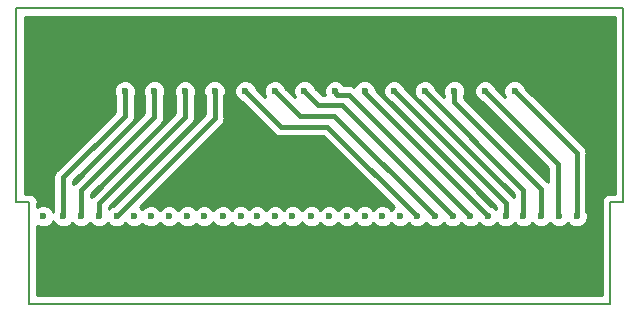
<source format=gbr>
G04 #@! TF.GenerationSoftware,KiCad,Pcbnew,5.0.2-bee76a0~70~ubuntu18.10.1*
G04 #@! TF.CreationDate,2019-01-06T00:10:49+02:00*
G04 #@! TF.ProjectId,GB-BRK-M-XS,47422d42-524b-42d4-9d2d-58532e6b6963,v1.0*
G04 #@! TF.SameCoordinates,Original*
G04 #@! TF.FileFunction,Copper,L2,Bot*
G04 #@! TF.FilePolarity,Positive*
%FSLAX46Y46*%
G04 Gerber Fmt 4.6, Leading zero omitted, Abs format (unit mm)*
G04 Created by KiCad (PCBNEW 5.0.2-bee76a0~70~ubuntu18.10.1) date su  6. tammikuuta 2019 00.10.49*
%MOMM*%
%LPD*%
G01*
G04 APERTURE LIST*
G04 #@! TA.AperFunction,NonConductor*
%ADD10C,0.150000*%
G04 #@! TD*
G04 #@! TA.AperFunction,ViaPad*
%ADD11C,0.600000*%
G04 #@! TD*
G04 #@! TA.AperFunction,ViaPad*
%ADD12C,1.000000*%
G04 #@! TD*
G04 #@! TA.AperFunction,Conductor*
%ADD13C,0.400000*%
G04 #@! TD*
G04 #@! TA.AperFunction,Conductor*
%ADD14C,0.254000*%
G04 #@! TD*
G04 APERTURE END LIST*
D10*
X74300000Y-75000000D02*
X125700000Y-75000000D01*
X74300000Y-91400000D02*
X74300000Y-75000000D01*
X75400000Y-91400000D02*
X74300000Y-91400000D01*
X75400000Y-100000000D02*
X75400000Y-91400000D01*
X125700000Y-91400000D02*
X125700000Y-75000000D01*
X124600000Y-91400000D02*
X125700000Y-91400000D01*
X124600000Y-100000000D02*
X124600000Y-91400000D01*
X75400000Y-100000000D02*
X124600000Y-100000000D01*
D11*
G04 #@! TO.N,+5V*
X76600000Y-92600000D03*
D12*
G04 #@! TO.N,GND*
X78900000Y-76800000D03*
D11*
X123400000Y-92600000D03*
G04 #@! TO.N,~WR*
X86000000Y-82000000D03*
X79800000Y-92600000D03*
G04 #@! TO.N,~RD*
X88600000Y-82000000D03*
X81300000Y-92600000D03*
G04 #@! TO.N,~CS*
X91100000Y-82000000D03*
X82800000Y-92600000D03*
G04 #@! TO.N,~RES*
X114000000Y-82000000D03*
X120250000Y-92600000D03*
G04 #@! TO.N,/A0*
X84300000Y-92600000D03*
G04 #@! TO.N,/PHI*
X83500000Y-82000000D03*
X78300000Y-92600000D03*
G04 #@! TO.N,/A1*
X85700000Y-92600000D03*
G04 #@! TO.N,/A2*
X87250000Y-92600000D03*
G04 #@! TO.N,/A3*
X88800000Y-92600000D03*
G04 #@! TO.N,/A4*
X90200000Y-92600000D03*
G04 #@! TO.N,/D0*
X93700000Y-82000000D03*
X108250000Y-92600000D03*
G04 #@! TO.N,/A5*
X91800000Y-92600000D03*
G04 #@! TO.N,/D1*
X96200000Y-82000000D03*
X109750000Y-92600000D03*
G04 #@! TO.N,/A6*
X93300000Y-92600000D03*
G04 #@! TO.N,/D2*
X98700000Y-82000000D03*
X111250000Y-92600000D03*
G04 #@! TO.N,/A7*
X94700000Y-92600000D03*
G04 #@! TO.N,/D3*
X101300000Y-82000000D03*
X112750000Y-92600000D03*
G04 #@! TO.N,/A8*
X96200000Y-92600000D03*
G04 #@! TO.N,/D4*
X103800000Y-82000000D03*
X114250000Y-92600000D03*
G04 #@! TO.N,/A9*
X97700000Y-92600000D03*
G04 #@! TO.N,/D5*
X106300000Y-82000000D03*
X115750000Y-92600000D03*
G04 #@! TO.N,/A10*
X99300000Y-92600000D03*
G04 #@! TO.N,/D6*
X108900000Y-82000000D03*
X117250000Y-92600000D03*
G04 #@! TO.N,/A11*
X100800000Y-92600000D03*
G04 #@! TO.N,/D7*
X111400000Y-82000000D03*
X118750000Y-92600000D03*
G04 #@! TO.N,/A12*
X102300000Y-92600000D03*
G04 #@! TO.N,/A13*
X103800000Y-92600000D03*
G04 #@! TO.N,/VIN*
X116500000Y-82000000D03*
X121750000Y-92600000D03*
G04 #@! TO.N,/A14*
X105300000Y-92600000D03*
G04 #@! TO.N,/A15*
X106800000Y-92600000D03*
G04 #@! TD*
D13*
G04 #@! TO.N,~WR*
X79800000Y-92600000D02*
X79800000Y-90400000D01*
X79800000Y-90400000D02*
X86000000Y-84200000D01*
X86000000Y-84200000D02*
X86000000Y-82000000D01*
G04 #@! TO.N,~RD*
X81300000Y-92600000D02*
X81300000Y-91500000D01*
X81300000Y-91500000D02*
X88600000Y-84200000D01*
X88600000Y-84200000D02*
X88600000Y-82000000D01*
G04 #@! TO.N,~CS*
X82800000Y-92600000D02*
X91100000Y-84300000D01*
X91100000Y-84300000D02*
X91100000Y-82000000D01*
G04 #@! TO.N,~RES*
X120250000Y-92600000D02*
X120200000Y-92550000D01*
X120200000Y-92550000D02*
X120200000Y-88200000D01*
X120200000Y-88200000D02*
X114000000Y-82000000D01*
G04 #@! TO.N,/PHI*
X78300000Y-92600000D02*
X78300000Y-89300000D01*
X78300000Y-89300000D02*
X83500000Y-84100000D01*
X83500000Y-84100000D02*
X83500000Y-82000000D01*
G04 #@! TO.N,/D0*
X108250000Y-92600000D02*
X100650000Y-85000000D01*
X100650000Y-85000000D02*
X96700000Y-85000000D01*
X96700000Y-85000000D02*
X93700000Y-82000000D01*
G04 #@! TO.N,/D1*
X109750000Y-92600000D02*
X101250000Y-84100000D01*
X101250000Y-84100000D02*
X98300000Y-84100000D01*
X98300000Y-84100000D02*
X96200000Y-82000000D01*
G04 #@! TO.N,/D2*
X111250000Y-92600000D02*
X101850000Y-83200000D01*
X101850000Y-83200000D02*
X99900000Y-83200000D01*
X99900000Y-83200000D02*
X98700000Y-82000000D01*
G04 #@! TO.N,/D3*
X112750000Y-92600000D02*
X102450000Y-82300000D01*
X102450000Y-82300000D02*
X101500000Y-82300000D01*
X101500000Y-82300000D02*
X101300000Y-82100000D01*
X101300000Y-82100000D02*
X101300000Y-82000000D01*
G04 #@! TO.N,/D4*
X114250000Y-92600000D02*
X103800000Y-82150000D01*
X103800000Y-82150000D02*
X103800000Y-82000000D01*
G04 #@! TO.N,/D5*
X115750000Y-92600000D02*
X115750000Y-91450000D01*
X115750000Y-91450000D02*
X106300000Y-82000000D01*
G04 #@! TO.N,/D6*
X117250000Y-92600000D02*
X117250000Y-90350000D01*
X117250000Y-90350000D02*
X108900000Y-82000000D01*
G04 #@! TO.N,/D7*
X118750000Y-92600000D02*
X118750000Y-90250000D01*
X118750000Y-90250000D02*
X111400000Y-82900000D01*
X111400000Y-82900000D02*
X111400000Y-82000000D01*
G04 #@! TO.N,/VIN*
X121750000Y-92600000D02*
X121750000Y-87250000D01*
X121750000Y-87250000D02*
X116500000Y-82000000D01*
G04 #@! TD*
D14*
G04 #@! TO.N,GND*
G36*
X124990000Y-90690000D02*
X124669926Y-90690000D01*
X124600000Y-90676091D01*
X124530075Y-90690000D01*
X124530074Y-90690000D01*
X124322972Y-90731195D01*
X124088119Y-90888119D01*
X123931195Y-91122972D01*
X123876091Y-91400000D01*
X123890001Y-91469931D01*
X123890000Y-99290000D01*
X76110000Y-99290000D01*
X76110000Y-93409072D01*
X76414017Y-93535000D01*
X76785983Y-93535000D01*
X77129635Y-93392655D01*
X77392655Y-93129635D01*
X77450000Y-92991192D01*
X77507345Y-93129635D01*
X77770365Y-93392655D01*
X78114017Y-93535000D01*
X78485983Y-93535000D01*
X78829635Y-93392655D01*
X79050000Y-93172290D01*
X79270365Y-93392655D01*
X79614017Y-93535000D01*
X79985983Y-93535000D01*
X80329635Y-93392655D01*
X80550000Y-93172290D01*
X80770365Y-93392655D01*
X81114017Y-93535000D01*
X81485983Y-93535000D01*
X81829635Y-93392655D01*
X82050000Y-93172290D01*
X82270365Y-93392655D01*
X82614017Y-93535000D01*
X82985983Y-93535000D01*
X83329635Y-93392655D01*
X83550000Y-93172290D01*
X83770365Y-93392655D01*
X84114017Y-93535000D01*
X84485983Y-93535000D01*
X84829635Y-93392655D01*
X85000000Y-93222290D01*
X85170365Y-93392655D01*
X85514017Y-93535000D01*
X85885983Y-93535000D01*
X86229635Y-93392655D01*
X86475000Y-93147290D01*
X86720365Y-93392655D01*
X87064017Y-93535000D01*
X87435983Y-93535000D01*
X87779635Y-93392655D01*
X88025000Y-93147290D01*
X88270365Y-93392655D01*
X88614017Y-93535000D01*
X88985983Y-93535000D01*
X89329635Y-93392655D01*
X89500000Y-93222290D01*
X89670365Y-93392655D01*
X90014017Y-93535000D01*
X90385983Y-93535000D01*
X90729635Y-93392655D01*
X90992655Y-93129635D01*
X91000000Y-93111903D01*
X91007345Y-93129635D01*
X91270365Y-93392655D01*
X91614017Y-93535000D01*
X91985983Y-93535000D01*
X92329635Y-93392655D01*
X92550000Y-93172290D01*
X92770365Y-93392655D01*
X93114017Y-93535000D01*
X93485983Y-93535000D01*
X93829635Y-93392655D01*
X94000000Y-93222290D01*
X94170365Y-93392655D01*
X94514017Y-93535000D01*
X94885983Y-93535000D01*
X95229635Y-93392655D01*
X95450000Y-93172290D01*
X95670365Y-93392655D01*
X96014017Y-93535000D01*
X96385983Y-93535000D01*
X96729635Y-93392655D01*
X96950000Y-93172290D01*
X97170365Y-93392655D01*
X97514017Y-93535000D01*
X97885983Y-93535000D01*
X98229635Y-93392655D01*
X98492655Y-93129635D01*
X98500000Y-93111903D01*
X98507345Y-93129635D01*
X98770365Y-93392655D01*
X99114017Y-93535000D01*
X99485983Y-93535000D01*
X99829635Y-93392655D01*
X100050000Y-93172290D01*
X100270365Y-93392655D01*
X100614017Y-93535000D01*
X100985983Y-93535000D01*
X101329635Y-93392655D01*
X101550000Y-93172290D01*
X101770365Y-93392655D01*
X102114017Y-93535000D01*
X102485983Y-93535000D01*
X102829635Y-93392655D01*
X103050000Y-93172290D01*
X103270365Y-93392655D01*
X103614017Y-93535000D01*
X103985983Y-93535000D01*
X104329635Y-93392655D01*
X104550000Y-93172290D01*
X104770365Y-93392655D01*
X105114017Y-93535000D01*
X105485983Y-93535000D01*
X105829635Y-93392655D01*
X106050000Y-93172290D01*
X106270365Y-93392655D01*
X106614017Y-93535000D01*
X106985983Y-93535000D01*
X107329635Y-93392655D01*
X107525000Y-93197290D01*
X107720365Y-93392655D01*
X108064017Y-93535000D01*
X108435983Y-93535000D01*
X108779635Y-93392655D01*
X109000000Y-93172290D01*
X109220365Y-93392655D01*
X109564017Y-93535000D01*
X109935983Y-93535000D01*
X110279635Y-93392655D01*
X110500000Y-93172290D01*
X110720365Y-93392655D01*
X111064017Y-93535000D01*
X111435983Y-93535000D01*
X111779635Y-93392655D01*
X112000000Y-93172290D01*
X112220365Y-93392655D01*
X112564017Y-93535000D01*
X112935983Y-93535000D01*
X113279635Y-93392655D01*
X113500000Y-93172290D01*
X113720365Y-93392655D01*
X114064017Y-93535000D01*
X114435983Y-93535000D01*
X114779635Y-93392655D01*
X115000000Y-93172290D01*
X115220365Y-93392655D01*
X115564017Y-93535000D01*
X115935983Y-93535000D01*
X116279635Y-93392655D01*
X116500000Y-93172290D01*
X116720365Y-93392655D01*
X117064017Y-93535000D01*
X117435983Y-93535000D01*
X117779635Y-93392655D01*
X118000000Y-93172290D01*
X118220365Y-93392655D01*
X118564017Y-93535000D01*
X118935983Y-93535000D01*
X119279635Y-93392655D01*
X119500000Y-93172290D01*
X119720365Y-93392655D01*
X120064017Y-93535000D01*
X120435983Y-93535000D01*
X120779635Y-93392655D01*
X121000000Y-93172290D01*
X121220365Y-93392655D01*
X121564017Y-93535000D01*
X121935983Y-93535000D01*
X122279635Y-93392655D01*
X122542655Y-93129635D01*
X122685000Y-92785983D01*
X122685000Y-92414017D01*
X122585000Y-92172595D01*
X122585000Y-87332232D01*
X122601357Y-87249999D01*
X122585000Y-87167766D01*
X122585000Y-87167763D01*
X122536552Y-86924199D01*
X122352001Y-86647999D01*
X122282283Y-86601415D01*
X117392656Y-81711789D01*
X117292655Y-81470365D01*
X117029635Y-81207345D01*
X116685983Y-81065000D01*
X116314017Y-81065000D01*
X115970365Y-81207345D01*
X115707345Y-81470365D01*
X115565000Y-81814017D01*
X115565000Y-82185983D01*
X115705113Y-82524245D01*
X114892656Y-81711789D01*
X114792655Y-81470365D01*
X114529635Y-81207345D01*
X114185983Y-81065000D01*
X113814017Y-81065000D01*
X113470365Y-81207345D01*
X113207345Y-81470365D01*
X113065000Y-81814017D01*
X113065000Y-82185983D01*
X113207345Y-82529635D01*
X113470365Y-82792655D01*
X113711789Y-82892656D01*
X119365001Y-88545869D01*
X119365001Y-89667454D01*
X119352001Y-89647999D01*
X119282283Y-89601415D01*
X112235000Y-82554133D01*
X112235000Y-82427405D01*
X112335000Y-82185983D01*
X112335000Y-81814017D01*
X112192655Y-81470365D01*
X111929635Y-81207345D01*
X111585983Y-81065000D01*
X111214017Y-81065000D01*
X110870365Y-81207345D01*
X110607345Y-81470365D01*
X110465000Y-81814017D01*
X110465000Y-82185983D01*
X110565001Y-82427406D01*
X110565000Y-82484133D01*
X109792656Y-81711789D01*
X109692655Y-81470365D01*
X109429635Y-81207345D01*
X109085983Y-81065000D01*
X108714017Y-81065000D01*
X108370365Y-81207345D01*
X108107345Y-81470365D01*
X107965000Y-81814017D01*
X107965000Y-82185983D01*
X108107345Y-82529635D01*
X108370365Y-82792655D01*
X108611789Y-82892656D01*
X116415001Y-90695869D01*
X116415001Y-90942285D01*
X116352001Y-90847999D01*
X116282283Y-90801415D01*
X107192656Y-81711789D01*
X107092655Y-81470365D01*
X106829635Y-81207345D01*
X106485983Y-81065000D01*
X106114017Y-81065000D01*
X105770365Y-81207345D01*
X105507345Y-81470365D01*
X105365000Y-81814017D01*
X105365000Y-82185983D01*
X105507345Y-82529635D01*
X105770365Y-82792655D01*
X106011789Y-82892656D01*
X114915001Y-91795869D01*
X114915001Y-91942711D01*
X114779635Y-91807345D01*
X114538213Y-91707345D01*
X104735000Y-81904133D01*
X104735000Y-81814017D01*
X104592655Y-81470365D01*
X104329635Y-81207345D01*
X103985983Y-81065000D01*
X103614017Y-81065000D01*
X103270365Y-81207345D01*
X103007345Y-81470365D01*
X102943176Y-81625284D01*
X102775801Y-81513448D01*
X102532237Y-81465000D01*
X102532233Y-81465000D01*
X102450000Y-81448643D01*
X102367767Y-81465000D01*
X102087290Y-81465000D01*
X101829635Y-81207345D01*
X101485983Y-81065000D01*
X101114017Y-81065000D01*
X100770365Y-81207345D01*
X100507345Y-81470365D01*
X100365000Y-81814017D01*
X100365000Y-82185983D01*
X100439151Y-82365000D01*
X100245869Y-82365000D01*
X99592655Y-81711788D01*
X99492655Y-81470365D01*
X99229635Y-81207345D01*
X98885983Y-81065000D01*
X98514017Y-81065000D01*
X98170365Y-81207345D01*
X97907345Y-81470365D01*
X97765000Y-81814017D01*
X97765000Y-82185983D01*
X97905112Y-82524244D01*
X97092656Y-81711788D01*
X96992655Y-81470365D01*
X96729635Y-81207345D01*
X96385983Y-81065000D01*
X96014017Y-81065000D01*
X95670365Y-81207345D01*
X95407345Y-81470365D01*
X95265000Y-81814017D01*
X95265000Y-82185983D01*
X95405112Y-82524245D01*
X94592656Y-81711789D01*
X94492655Y-81470365D01*
X94229635Y-81207345D01*
X93885983Y-81065000D01*
X93514017Y-81065000D01*
X93170365Y-81207345D01*
X92907345Y-81470365D01*
X92765000Y-81814017D01*
X92765000Y-82185983D01*
X92907345Y-82529635D01*
X93170365Y-82792655D01*
X93411789Y-82892656D01*
X96051415Y-85532283D01*
X96097999Y-85602001D01*
X96374199Y-85786552D01*
X96617763Y-85835000D01*
X96700000Y-85851358D01*
X96782237Y-85835000D01*
X100304133Y-85835000D01*
X106274687Y-91805555D01*
X106270365Y-91807345D01*
X106050000Y-92027710D01*
X105829635Y-91807345D01*
X105485983Y-91665000D01*
X105114017Y-91665000D01*
X104770365Y-91807345D01*
X104550000Y-92027710D01*
X104329635Y-91807345D01*
X103985983Y-91665000D01*
X103614017Y-91665000D01*
X103270365Y-91807345D01*
X103050000Y-92027710D01*
X102829635Y-91807345D01*
X102485983Y-91665000D01*
X102114017Y-91665000D01*
X101770365Y-91807345D01*
X101550000Y-92027710D01*
X101329635Y-91807345D01*
X100985983Y-91665000D01*
X100614017Y-91665000D01*
X100270365Y-91807345D01*
X100050000Y-92027710D01*
X99829635Y-91807345D01*
X99485983Y-91665000D01*
X99114017Y-91665000D01*
X98770365Y-91807345D01*
X98507345Y-92070365D01*
X98500000Y-92088097D01*
X98492655Y-92070365D01*
X98229635Y-91807345D01*
X97885983Y-91665000D01*
X97514017Y-91665000D01*
X97170365Y-91807345D01*
X96950000Y-92027710D01*
X96729635Y-91807345D01*
X96385983Y-91665000D01*
X96014017Y-91665000D01*
X95670365Y-91807345D01*
X95450000Y-92027710D01*
X95229635Y-91807345D01*
X94885983Y-91665000D01*
X94514017Y-91665000D01*
X94170365Y-91807345D01*
X94000000Y-91977710D01*
X93829635Y-91807345D01*
X93485983Y-91665000D01*
X93114017Y-91665000D01*
X92770365Y-91807345D01*
X92550000Y-92027710D01*
X92329635Y-91807345D01*
X91985983Y-91665000D01*
X91614017Y-91665000D01*
X91270365Y-91807345D01*
X91007345Y-92070365D01*
X91000000Y-92088097D01*
X90992655Y-92070365D01*
X90729635Y-91807345D01*
X90385983Y-91665000D01*
X90014017Y-91665000D01*
X89670365Y-91807345D01*
X89500000Y-91977710D01*
X89329635Y-91807345D01*
X88985983Y-91665000D01*
X88614017Y-91665000D01*
X88270365Y-91807345D01*
X88025000Y-92052710D01*
X87779635Y-91807345D01*
X87435983Y-91665000D01*
X87064017Y-91665000D01*
X86720365Y-91807345D01*
X86475000Y-92052710D01*
X86229635Y-91807345D01*
X85885983Y-91665000D01*
X85514017Y-91665000D01*
X85170365Y-91807345D01*
X85000000Y-91977710D01*
X84829635Y-91807345D01*
X84789957Y-91790910D01*
X91632283Y-84948585D01*
X91702001Y-84902001D01*
X91886552Y-84625801D01*
X91935000Y-84382237D01*
X91935000Y-84382236D01*
X91951358Y-84300000D01*
X91935000Y-84217763D01*
X91935000Y-82427405D01*
X92035000Y-82185983D01*
X92035000Y-81814017D01*
X91892655Y-81470365D01*
X91629635Y-81207345D01*
X91285983Y-81065000D01*
X90914017Y-81065000D01*
X90570365Y-81207345D01*
X90307345Y-81470365D01*
X90165000Y-81814017D01*
X90165000Y-82185983D01*
X90265001Y-82427407D01*
X90265000Y-83954132D01*
X82511789Y-91707344D01*
X82270365Y-91807345D01*
X82135000Y-91942710D01*
X82135000Y-91845867D01*
X89132283Y-84848585D01*
X89202001Y-84802001D01*
X89386552Y-84525801D01*
X89435000Y-84282237D01*
X89435000Y-84282234D01*
X89451357Y-84200001D01*
X89435000Y-84117768D01*
X89435000Y-82427405D01*
X89535000Y-82185983D01*
X89535000Y-81814017D01*
X89392655Y-81470365D01*
X89129635Y-81207345D01*
X88785983Y-81065000D01*
X88414017Y-81065000D01*
X88070365Y-81207345D01*
X87807345Y-81470365D01*
X87665000Y-81814017D01*
X87665000Y-82185983D01*
X87765001Y-82427407D01*
X87765000Y-83854132D01*
X80767718Y-90851415D01*
X80698000Y-90897999D01*
X80651416Y-90967717D01*
X80635000Y-90992285D01*
X80635000Y-90745867D01*
X86532283Y-84848585D01*
X86602001Y-84802001D01*
X86786552Y-84525801D01*
X86835000Y-84282237D01*
X86835000Y-84282234D01*
X86851357Y-84200001D01*
X86835000Y-84117768D01*
X86835000Y-82427405D01*
X86935000Y-82185983D01*
X86935000Y-81814017D01*
X86792655Y-81470365D01*
X86529635Y-81207345D01*
X86185983Y-81065000D01*
X85814017Y-81065000D01*
X85470365Y-81207345D01*
X85207345Y-81470365D01*
X85065000Y-81814017D01*
X85065000Y-82185983D01*
X85165001Y-82427407D01*
X85165000Y-83854132D01*
X79267718Y-89751415D01*
X79198000Y-89797999D01*
X79151416Y-89867717D01*
X79135000Y-89892285D01*
X79135000Y-89645867D01*
X84032284Y-84748584D01*
X84102001Y-84702001D01*
X84286552Y-84425801D01*
X84335000Y-84182237D01*
X84335000Y-84182236D01*
X84351358Y-84100000D01*
X84335000Y-84017763D01*
X84335000Y-82427405D01*
X84435000Y-82185983D01*
X84435000Y-81814017D01*
X84292655Y-81470365D01*
X84029635Y-81207345D01*
X83685983Y-81065000D01*
X83314017Y-81065000D01*
X82970365Y-81207345D01*
X82707345Y-81470365D01*
X82565000Y-81814017D01*
X82565000Y-82185983D01*
X82665001Y-82427407D01*
X82665000Y-83754132D01*
X77767718Y-88651415D01*
X77698000Y-88697999D01*
X77651416Y-88767717D01*
X77513448Y-88974200D01*
X77448643Y-89300000D01*
X77465001Y-89382238D01*
X77465000Y-92172595D01*
X77450000Y-92208808D01*
X77392655Y-92070365D01*
X77129635Y-91807345D01*
X76785983Y-91665000D01*
X76414017Y-91665000D01*
X76110000Y-91790928D01*
X76110000Y-91469925D01*
X76123909Y-91400000D01*
X76068805Y-91122972D01*
X75911881Y-90888119D01*
X75677028Y-90731195D01*
X75469926Y-90690000D01*
X75400000Y-90676091D01*
X75330075Y-90690000D01*
X75010000Y-90690000D01*
X75010000Y-75710000D01*
X124990001Y-75710000D01*
X124990000Y-90690000D01*
X124990000Y-90690000D01*
G37*
X124990000Y-90690000D02*
X124669926Y-90690000D01*
X124600000Y-90676091D01*
X124530075Y-90690000D01*
X124530074Y-90690000D01*
X124322972Y-90731195D01*
X124088119Y-90888119D01*
X123931195Y-91122972D01*
X123876091Y-91400000D01*
X123890001Y-91469931D01*
X123890000Y-99290000D01*
X76110000Y-99290000D01*
X76110000Y-93409072D01*
X76414017Y-93535000D01*
X76785983Y-93535000D01*
X77129635Y-93392655D01*
X77392655Y-93129635D01*
X77450000Y-92991192D01*
X77507345Y-93129635D01*
X77770365Y-93392655D01*
X78114017Y-93535000D01*
X78485983Y-93535000D01*
X78829635Y-93392655D01*
X79050000Y-93172290D01*
X79270365Y-93392655D01*
X79614017Y-93535000D01*
X79985983Y-93535000D01*
X80329635Y-93392655D01*
X80550000Y-93172290D01*
X80770365Y-93392655D01*
X81114017Y-93535000D01*
X81485983Y-93535000D01*
X81829635Y-93392655D01*
X82050000Y-93172290D01*
X82270365Y-93392655D01*
X82614017Y-93535000D01*
X82985983Y-93535000D01*
X83329635Y-93392655D01*
X83550000Y-93172290D01*
X83770365Y-93392655D01*
X84114017Y-93535000D01*
X84485983Y-93535000D01*
X84829635Y-93392655D01*
X85000000Y-93222290D01*
X85170365Y-93392655D01*
X85514017Y-93535000D01*
X85885983Y-93535000D01*
X86229635Y-93392655D01*
X86475000Y-93147290D01*
X86720365Y-93392655D01*
X87064017Y-93535000D01*
X87435983Y-93535000D01*
X87779635Y-93392655D01*
X88025000Y-93147290D01*
X88270365Y-93392655D01*
X88614017Y-93535000D01*
X88985983Y-93535000D01*
X89329635Y-93392655D01*
X89500000Y-93222290D01*
X89670365Y-93392655D01*
X90014017Y-93535000D01*
X90385983Y-93535000D01*
X90729635Y-93392655D01*
X90992655Y-93129635D01*
X91000000Y-93111903D01*
X91007345Y-93129635D01*
X91270365Y-93392655D01*
X91614017Y-93535000D01*
X91985983Y-93535000D01*
X92329635Y-93392655D01*
X92550000Y-93172290D01*
X92770365Y-93392655D01*
X93114017Y-93535000D01*
X93485983Y-93535000D01*
X93829635Y-93392655D01*
X94000000Y-93222290D01*
X94170365Y-93392655D01*
X94514017Y-93535000D01*
X94885983Y-93535000D01*
X95229635Y-93392655D01*
X95450000Y-93172290D01*
X95670365Y-93392655D01*
X96014017Y-93535000D01*
X96385983Y-93535000D01*
X96729635Y-93392655D01*
X96950000Y-93172290D01*
X97170365Y-93392655D01*
X97514017Y-93535000D01*
X97885983Y-93535000D01*
X98229635Y-93392655D01*
X98492655Y-93129635D01*
X98500000Y-93111903D01*
X98507345Y-93129635D01*
X98770365Y-93392655D01*
X99114017Y-93535000D01*
X99485983Y-93535000D01*
X99829635Y-93392655D01*
X100050000Y-93172290D01*
X100270365Y-93392655D01*
X100614017Y-93535000D01*
X100985983Y-93535000D01*
X101329635Y-93392655D01*
X101550000Y-93172290D01*
X101770365Y-93392655D01*
X102114017Y-93535000D01*
X102485983Y-93535000D01*
X102829635Y-93392655D01*
X103050000Y-93172290D01*
X103270365Y-93392655D01*
X103614017Y-93535000D01*
X103985983Y-93535000D01*
X104329635Y-93392655D01*
X104550000Y-93172290D01*
X104770365Y-93392655D01*
X105114017Y-93535000D01*
X105485983Y-93535000D01*
X105829635Y-93392655D01*
X106050000Y-93172290D01*
X106270365Y-93392655D01*
X106614017Y-93535000D01*
X106985983Y-93535000D01*
X107329635Y-93392655D01*
X107525000Y-93197290D01*
X107720365Y-93392655D01*
X108064017Y-93535000D01*
X108435983Y-93535000D01*
X108779635Y-93392655D01*
X109000000Y-93172290D01*
X109220365Y-93392655D01*
X109564017Y-93535000D01*
X109935983Y-93535000D01*
X110279635Y-93392655D01*
X110500000Y-93172290D01*
X110720365Y-93392655D01*
X111064017Y-93535000D01*
X111435983Y-93535000D01*
X111779635Y-93392655D01*
X112000000Y-93172290D01*
X112220365Y-93392655D01*
X112564017Y-93535000D01*
X112935983Y-93535000D01*
X113279635Y-93392655D01*
X113500000Y-93172290D01*
X113720365Y-93392655D01*
X114064017Y-93535000D01*
X114435983Y-93535000D01*
X114779635Y-93392655D01*
X115000000Y-93172290D01*
X115220365Y-93392655D01*
X115564017Y-93535000D01*
X115935983Y-93535000D01*
X116279635Y-93392655D01*
X116500000Y-93172290D01*
X116720365Y-93392655D01*
X117064017Y-93535000D01*
X117435983Y-93535000D01*
X117779635Y-93392655D01*
X118000000Y-93172290D01*
X118220365Y-93392655D01*
X118564017Y-93535000D01*
X118935983Y-93535000D01*
X119279635Y-93392655D01*
X119500000Y-93172290D01*
X119720365Y-93392655D01*
X120064017Y-93535000D01*
X120435983Y-93535000D01*
X120779635Y-93392655D01*
X121000000Y-93172290D01*
X121220365Y-93392655D01*
X121564017Y-93535000D01*
X121935983Y-93535000D01*
X122279635Y-93392655D01*
X122542655Y-93129635D01*
X122685000Y-92785983D01*
X122685000Y-92414017D01*
X122585000Y-92172595D01*
X122585000Y-87332232D01*
X122601357Y-87249999D01*
X122585000Y-87167766D01*
X122585000Y-87167763D01*
X122536552Y-86924199D01*
X122352001Y-86647999D01*
X122282283Y-86601415D01*
X117392656Y-81711789D01*
X117292655Y-81470365D01*
X117029635Y-81207345D01*
X116685983Y-81065000D01*
X116314017Y-81065000D01*
X115970365Y-81207345D01*
X115707345Y-81470365D01*
X115565000Y-81814017D01*
X115565000Y-82185983D01*
X115705113Y-82524245D01*
X114892656Y-81711789D01*
X114792655Y-81470365D01*
X114529635Y-81207345D01*
X114185983Y-81065000D01*
X113814017Y-81065000D01*
X113470365Y-81207345D01*
X113207345Y-81470365D01*
X113065000Y-81814017D01*
X113065000Y-82185983D01*
X113207345Y-82529635D01*
X113470365Y-82792655D01*
X113711789Y-82892656D01*
X119365001Y-88545869D01*
X119365001Y-89667454D01*
X119352001Y-89647999D01*
X119282283Y-89601415D01*
X112235000Y-82554133D01*
X112235000Y-82427405D01*
X112335000Y-82185983D01*
X112335000Y-81814017D01*
X112192655Y-81470365D01*
X111929635Y-81207345D01*
X111585983Y-81065000D01*
X111214017Y-81065000D01*
X110870365Y-81207345D01*
X110607345Y-81470365D01*
X110465000Y-81814017D01*
X110465000Y-82185983D01*
X110565001Y-82427406D01*
X110565000Y-82484133D01*
X109792656Y-81711789D01*
X109692655Y-81470365D01*
X109429635Y-81207345D01*
X109085983Y-81065000D01*
X108714017Y-81065000D01*
X108370365Y-81207345D01*
X108107345Y-81470365D01*
X107965000Y-81814017D01*
X107965000Y-82185983D01*
X108107345Y-82529635D01*
X108370365Y-82792655D01*
X108611789Y-82892656D01*
X116415001Y-90695869D01*
X116415001Y-90942285D01*
X116352001Y-90847999D01*
X116282283Y-90801415D01*
X107192656Y-81711789D01*
X107092655Y-81470365D01*
X106829635Y-81207345D01*
X106485983Y-81065000D01*
X106114017Y-81065000D01*
X105770365Y-81207345D01*
X105507345Y-81470365D01*
X105365000Y-81814017D01*
X105365000Y-82185983D01*
X105507345Y-82529635D01*
X105770365Y-82792655D01*
X106011789Y-82892656D01*
X114915001Y-91795869D01*
X114915001Y-91942711D01*
X114779635Y-91807345D01*
X114538213Y-91707345D01*
X104735000Y-81904133D01*
X104735000Y-81814017D01*
X104592655Y-81470365D01*
X104329635Y-81207345D01*
X103985983Y-81065000D01*
X103614017Y-81065000D01*
X103270365Y-81207345D01*
X103007345Y-81470365D01*
X102943176Y-81625284D01*
X102775801Y-81513448D01*
X102532237Y-81465000D01*
X102532233Y-81465000D01*
X102450000Y-81448643D01*
X102367767Y-81465000D01*
X102087290Y-81465000D01*
X101829635Y-81207345D01*
X101485983Y-81065000D01*
X101114017Y-81065000D01*
X100770365Y-81207345D01*
X100507345Y-81470365D01*
X100365000Y-81814017D01*
X100365000Y-82185983D01*
X100439151Y-82365000D01*
X100245869Y-82365000D01*
X99592655Y-81711788D01*
X99492655Y-81470365D01*
X99229635Y-81207345D01*
X98885983Y-81065000D01*
X98514017Y-81065000D01*
X98170365Y-81207345D01*
X97907345Y-81470365D01*
X97765000Y-81814017D01*
X97765000Y-82185983D01*
X97905112Y-82524244D01*
X97092656Y-81711788D01*
X96992655Y-81470365D01*
X96729635Y-81207345D01*
X96385983Y-81065000D01*
X96014017Y-81065000D01*
X95670365Y-81207345D01*
X95407345Y-81470365D01*
X95265000Y-81814017D01*
X95265000Y-82185983D01*
X95405112Y-82524245D01*
X94592656Y-81711789D01*
X94492655Y-81470365D01*
X94229635Y-81207345D01*
X93885983Y-81065000D01*
X93514017Y-81065000D01*
X93170365Y-81207345D01*
X92907345Y-81470365D01*
X92765000Y-81814017D01*
X92765000Y-82185983D01*
X92907345Y-82529635D01*
X93170365Y-82792655D01*
X93411789Y-82892656D01*
X96051415Y-85532283D01*
X96097999Y-85602001D01*
X96374199Y-85786552D01*
X96617763Y-85835000D01*
X96700000Y-85851358D01*
X96782237Y-85835000D01*
X100304133Y-85835000D01*
X106274687Y-91805555D01*
X106270365Y-91807345D01*
X106050000Y-92027710D01*
X105829635Y-91807345D01*
X105485983Y-91665000D01*
X105114017Y-91665000D01*
X104770365Y-91807345D01*
X104550000Y-92027710D01*
X104329635Y-91807345D01*
X103985983Y-91665000D01*
X103614017Y-91665000D01*
X103270365Y-91807345D01*
X103050000Y-92027710D01*
X102829635Y-91807345D01*
X102485983Y-91665000D01*
X102114017Y-91665000D01*
X101770365Y-91807345D01*
X101550000Y-92027710D01*
X101329635Y-91807345D01*
X100985983Y-91665000D01*
X100614017Y-91665000D01*
X100270365Y-91807345D01*
X100050000Y-92027710D01*
X99829635Y-91807345D01*
X99485983Y-91665000D01*
X99114017Y-91665000D01*
X98770365Y-91807345D01*
X98507345Y-92070365D01*
X98500000Y-92088097D01*
X98492655Y-92070365D01*
X98229635Y-91807345D01*
X97885983Y-91665000D01*
X97514017Y-91665000D01*
X97170365Y-91807345D01*
X96950000Y-92027710D01*
X96729635Y-91807345D01*
X96385983Y-91665000D01*
X96014017Y-91665000D01*
X95670365Y-91807345D01*
X95450000Y-92027710D01*
X95229635Y-91807345D01*
X94885983Y-91665000D01*
X94514017Y-91665000D01*
X94170365Y-91807345D01*
X94000000Y-91977710D01*
X93829635Y-91807345D01*
X93485983Y-91665000D01*
X93114017Y-91665000D01*
X92770365Y-91807345D01*
X92550000Y-92027710D01*
X92329635Y-91807345D01*
X91985983Y-91665000D01*
X91614017Y-91665000D01*
X91270365Y-91807345D01*
X91007345Y-92070365D01*
X91000000Y-92088097D01*
X90992655Y-92070365D01*
X90729635Y-91807345D01*
X90385983Y-91665000D01*
X90014017Y-91665000D01*
X89670365Y-91807345D01*
X89500000Y-91977710D01*
X89329635Y-91807345D01*
X88985983Y-91665000D01*
X88614017Y-91665000D01*
X88270365Y-91807345D01*
X88025000Y-92052710D01*
X87779635Y-91807345D01*
X87435983Y-91665000D01*
X87064017Y-91665000D01*
X86720365Y-91807345D01*
X86475000Y-92052710D01*
X86229635Y-91807345D01*
X85885983Y-91665000D01*
X85514017Y-91665000D01*
X85170365Y-91807345D01*
X85000000Y-91977710D01*
X84829635Y-91807345D01*
X84789957Y-91790910D01*
X91632283Y-84948585D01*
X91702001Y-84902001D01*
X91886552Y-84625801D01*
X91935000Y-84382237D01*
X91935000Y-84382236D01*
X91951358Y-84300000D01*
X91935000Y-84217763D01*
X91935000Y-82427405D01*
X92035000Y-82185983D01*
X92035000Y-81814017D01*
X91892655Y-81470365D01*
X91629635Y-81207345D01*
X91285983Y-81065000D01*
X90914017Y-81065000D01*
X90570365Y-81207345D01*
X90307345Y-81470365D01*
X90165000Y-81814017D01*
X90165000Y-82185983D01*
X90265001Y-82427407D01*
X90265000Y-83954132D01*
X82511789Y-91707344D01*
X82270365Y-91807345D01*
X82135000Y-91942710D01*
X82135000Y-91845867D01*
X89132283Y-84848585D01*
X89202001Y-84802001D01*
X89386552Y-84525801D01*
X89435000Y-84282237D01*
X89435000Y-84282234D01*
X89451357Y-84200001D01*
X89435000Y-84117768D01*
X89435000Y-82427405D01*
X89535000Y-82185983D01*
X89535000Y-81814017D01*
X89392655Y-81470365D01*
X89129635Y-81207345D01*
X88785983Y-81065000D01*
X88414017Y-81065000D01*
X88070365Y-81207345D01*
X87807345Y-81470365D01*
X87665000Y-81814017D01*
X87665000Y-82185983D01*
X87765001Y-82427407D01*
X87765000Y-83854132D01*
X80767718Y-90851415D01*
X80698000Y-90897999D01*
X80651416Y-90967717D01*
X80635000Y-90992285D01*
X80635000Y-90745867D01*
X86532283Y-84848585D01*
X86602001Y-84802001D01*
X86786552Y-84525801D01*
X86835000Y-84282237D01*
X86835000Y-84282234D01*
X86851357Y-84200001D01*
X86835000Y-84117768D01*
X86835000Y-82427405D01*
X86935000Y-82185983D01*
X86935000Y-81814017D01*
X86792655Y-81470365D01*
X86529635Y-81207345D01*
X86185983Y-81065000D01*
X85814017Y-81065000D01*
X85470365Y-81207345D01*
X85207345Y-81470365D01*
X85065000Y-81814017D01*
X85065000Y-82185983D01*
X85165001Y-82427407D01*
X85165000Y-83854132D01*
X79267718Y-89751415D01*
X79198000Y-89797999D01*
X79151416Y-89867717D01*
X79135000Y-89892285D01*
X79135000Y-89645867D01*
X84032284Y-84748584D01*
X84102001Y-84702001D01*
X84286552Y-84425801D01*
X84335000Y-84182237D01*
X84335000Y-84182236D01*
X84351358Y-84100000D01*
X84335000Y-84017763D01*
X84335000Y-82427405D01*
X84435000Y-82185983D01*
X84435000Y-81814017D01*
X84292655Y-81470365D01*
X84029635Y-81207345D01*
X83685983Y-81065000D01*
X83314017Y-81065000D01*
X82970365Y-81207345D01*
X82707345Y-81470365D01*
X82565000Y-81814017D01*
X82565000Y-82185983D01*
X82665001Y-82427407D01*
X82665000Y-83754132D01*
X77767718Y-88651415D01*
X77698000Y-88697999D01*
X77651416Y-88767717D01*
X77513448Y-88974200D01*
X77448643Y-89300000D01*
X77465001Y-89382238D01*
X77465000Y-92172595D01*
X77450000Y-92208808D01*
X77392655Y-92070365D01*
X77129635Y-91807345D01*
X76785983Y-91665000D01*
X76414017Y-91665000D01*
X76110000Y-91790928D01*
X76110000Y-91469925D01*
X76123909Y-91400000D01*
X76068805Y-91122972D01*
X75911881Y-90888119D01*
X75677028Y-90731195D01*
X75469926Y-90690000D01*
X75400000Y-90676091D01*
X75330075Y-90690000D01*
X75010000Y-90690000D01*
X75010000Y-75710000D01*
X124990001Y-75710000D01*
X124990000Y-90690000D01*
G04 #@! TD*
M02*

</source>
